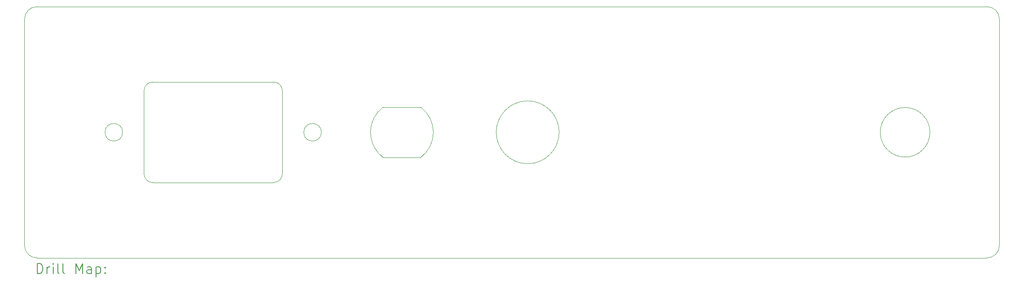
<source format=gbr>
%FSLAX45Y45*%
G04 Gerber Fmt 4.5, Leading zero omitted, Abs format (unit mm)*
G04 Created by KiCad (PCBNEW 6.0.0-d3dd2cf0fa~116~ubuntu20.04.1) date 2021-12-30 07:41:58*
%MOMM*%
%LPD*%
G01*
G04 APERTURE LIST*
%TA.AperFunction,Profile*%
%ADD10C,0.050000*%
%TD*%
%ADD11C,0.200000*%
G04 APERTURE END LIST*
D10*
X19431000Y0D02*
X254000Y0D01*
X19431000Y-5080000D02*
G75*
G03*
X19685000Y-4826000I0J254000D01*
G01*
X18281650Y-2540000D02*
G75*
G03*
X18281650Y-2540000I-501650J0D01*
G01*
X254000Y-5080000D02*
X19431000Y-5080000D01*
X10795000Y-2540000D02*
G75*
G03*
X10795000Y-2540000I-635000J0D01*
G01*
X19685000Y-4826000D02*
X19685000Y-254000D01*
X19685000Y-254000D02*
G75*
G03*
X19431000Y0I-254000J0D01*
G01*
X5994400Y-2540000D02*
G75*
G03*
X5994400Y-2540000I-177800J0D01*
G01*
X2413000Y-1701800D02*
X2413000Y-3378200D01*
X2590800Y-3556000D02*
X5029200Y-3556000D01*
X5207000Y-1701800D02*
G75*
G03*
X5029200Y-1524000I-177800J0D01*
G01*
X1981200Y-2540000D02*
G75*
G03*
X1981200Y-2540000I-177800J0D01*
G01*
X254000Y0D02*
G75*
G03*
X0Y-254000I0J-254000D01*
G01*
X5029200Y-3556000D02*
G75*
G03*
X5207000Y-3378200I0J177800D01*
G01*
X7239000Y-3048000D02*
X8001000Y-3048000D01*
X5207000Y-1701800D02*
X5207000Y-3378200D01*
X2590800Y-1524000D02*
X5029200Y-1524000D01*
X8001000Y-3048000D02*
G75*
G03*
X8001000Y-2032000I-381000J508000D01*
G01*
X2413000Y-3378200D02*
G75*
G03*
X2590800Y-3556000I177800J0D01*
G01*
X0Y-4826000D02*
G75*
G03*
X254000Y-5080000I254000J0D01*
G01*
X7239000Y-2032000D02*
X8001000Y-2032000D01*
X0Y-254000D02*
X0Y-4826000D01*
X7239000Y-2032000D02*
G75*
G03*
X7239000Y-3048000I381000J-508000D01*
G01*
X2590800Y-1524000D02*
G75*
G03*
X2413000Y-1701800I0J-177800D01*
G01*
D11*
X255119Y-5392976D02*
X255119Y-5192976D01*
X302738Y-5192976D01*
X331310Y-5202500D01*
X350357Y-5221548D01*
X359881Y-5240595D01*
X369405Y-5278690D01*
X369405Y-5307262D01*
X359881Y-5345357D01*
X350357Y-5364405D01*
X331310Y-5383452D01*
X302738Y-5392976D01*
X255119Y-5392976D01*
X455119Y-5392976D02*
X455119Y-5259643D01*
X455119Y-5297738D02*
X464643Y-5278690D01*
X474167Y-5269167D01*
X493214Y-5259643D01*
X512262Y-5259643D01*
X578929Y-5392976D02*
X578929Y-5259643D01*
X578929Y-5192976D02*
X569405Y-5202500D01*
X578929Y-5212024D01*
X588452Y-5202500D01*
X578929Y-5192976D01*
X578929Y-5212024D01*
X702738Y-5392976D02*
X683690Y-5383452D01*
X674167Y-5364405D01*
X674167Y-5192976D01*
X807500Y-5392976D02*
X788452Y-5383452D01*
X778928Y-5364405D01*
X778928Y-5192976D01*
X1036071Y-5392976D02*
X1036071Y-5192976D01*
X1102738Y-5335833D01*
X1169405Y-5192976D01*
X1169405Y-5392976D01*
X1350357Y-5392976D02*
X1350357Y-5288214D01*
X1340833Y-5269167D01*
X1321786Y-5259643D01*
X1283690Y-5259643D01*
X1264643Y-5269167D01*
X1350357Y-5383452D02*
X1331310Y-5392976D01*
X1283690Y-5392976D01*
X1264643Y-5383452D01*
X1255119Y-5364405D01*
X1255119Y-5345357D01*
X1264643Y-5326310D01*
X1283690Y-5316786D01*
X1331310Y-5316786D01*
X1350357Y-5307262D01*
X1445595Y-5259643D02*
X1445595Y-5459643D01*
X1445595Y-5269167D02*
X1464643Y-5259643D01*
X1502738Y-5259643D01*
X1521786Y-5269167D01*
X1531309Y-5278690D01*
X1540833Y-5297738D01*
X1540833Y-5354881D01*
X1531309Y-5373929D01*
X1521786Y-5383452D01*
X1502738Y-5392976D01*
X1464643Y-5392976D01*
X1445595Y-5383452D01*
X1626548Y-5373929D02*
X1636071Y-5383452D01*
X1626548Y-5392976D01*
X1617024Y-5383452D01*
X1626548Y-5373929D01*
X1626548Y-5392976D01*
X1626548Y-5269167D02*
X1636071Y-5278690D01*
X1626548Y-5288214D01*
X1617024Y-5278690D01*
X1626548Y-5269167D01*
X1626548Y-5288214D01*
M02*

</source>
